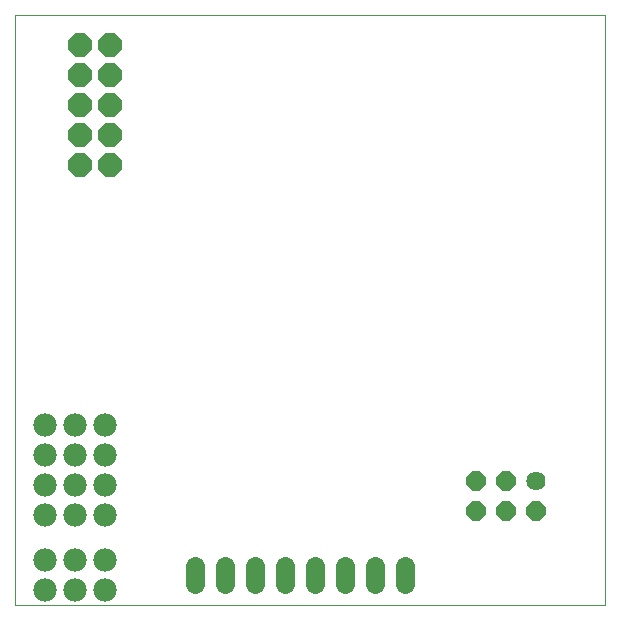
<source format=gbs>
G75*
G70*
%OFA0B0*%
%FSLAX24Y24*%
%IPPOS*%
%LPD*%
%AMOC8*
5,1,8,0,0,1.08239X$1,22.5*
%
%ADD10C,0.0000*%
%ADD11C,0.0640*%
%ADD12OC8,0.0640*%
%ADD13C,0.0780*%
%ADD14C,0.0640*%
%ADD15OC8,0.0780*%
D10*
X001194Y002069D02*
X020879Y002069D01*
X020879Y021754D01*
X001194Y021754D01*
X001194Y002069D01*
D11*
X018569Y006194D03*
D12*
X018569Y005194D03*
X017569Y005194D03*
X017569Y006194D03*
X016569Y006194D03*
X016569Y005194D03*
D13*
X004194Y005069D03*
X004194Y006069D03*
X004194Y007069D03*
X004194Y008069D03*
X003194Y008069D03*
X003194Y007069D03*
X002194Y007069D03*
X002194Y008069D03*
X002194Y006069D03*
X003194Y006069D03*
X003194Y005069D03*
X002194Y005069D03*
X002194Y003569D03*
X003194Y003569D03*
X003194Y002569D03*
X002194Y002569D03*
X004194Y002569D03*
X004194Y003569D03*
D14*
X007194Y003369D02*
X007194Y002769D01*
X008194Y002769D02*
X008194Y003369D01*
X009194Y003369D02*
X009194Y002769D01*
X010194Y002769D02*
X010194Y003369D01*
X011194Y003369D02*
X011194Y002769D01*
X012194Y002769D02*
X012194Y003369D01*
X013194Y003369D02*
X013194Y002769D01*
X014194Y002769D02*
X014194Y003369D01*
D15*
X004381Y016756D03*
X004381Y017756D03*
X003381Y017756D03*
X003381Y016756D03*
X003381Y018756D03*
X003381Y019756D03*
X004381Y019756D03*
X004381Y018756D03*
X004381Y020756D03*
X003381Y020756D03*
M02*

</source>
